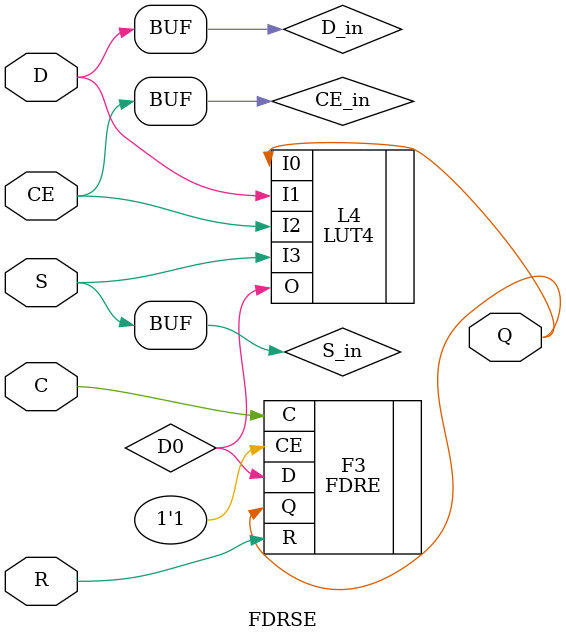
<source format=v>


`timescale  1 ps / 1 ps

module FDRSE (Q, C, CE, D, R, S);

    parameter [0:0] INIT = 1'b0;
    parameter [0:0] IS_C_INVERTED = 1'b0;
    parameter [0:0] IS_CE_INVERTED = 1'b0;
    parameter [0:0] IS_D_INVERTED = 1'b0;
    parameter [0:0] IS_R_INVERTED = 1'b0;
    parameter [0:0] IS_S_INVERTED = 1'b0;

    output Q;

    input  C, CE, D, R, S;

    wire Q;
    wire D0;
    wire CE_in;
    wire D_in;
    wire S_in;

    assign CE_in = IS_CE_INVERTED ^ CE;
    assign D_in = IS_D_INVERTED ^ D;
    assign S_in = IS_S_INVERTED ^ S;

    LUT4 #(.INIT(16'hFFCA)) L4 (.O(D0), .I0(Q), .I1(D_in), .I2(CE_in), .I3(S_in)); 
    FDRE #(.INIT(INIT), .IS_C_INVERTED(IS_C_INVERTED), .IS_R_INVERTED(IS_R_INVERTED)) F3 (.Q(Q), .C(C), .CE(1'b1), .D(D0), .R(R));
endmodule


</source>
